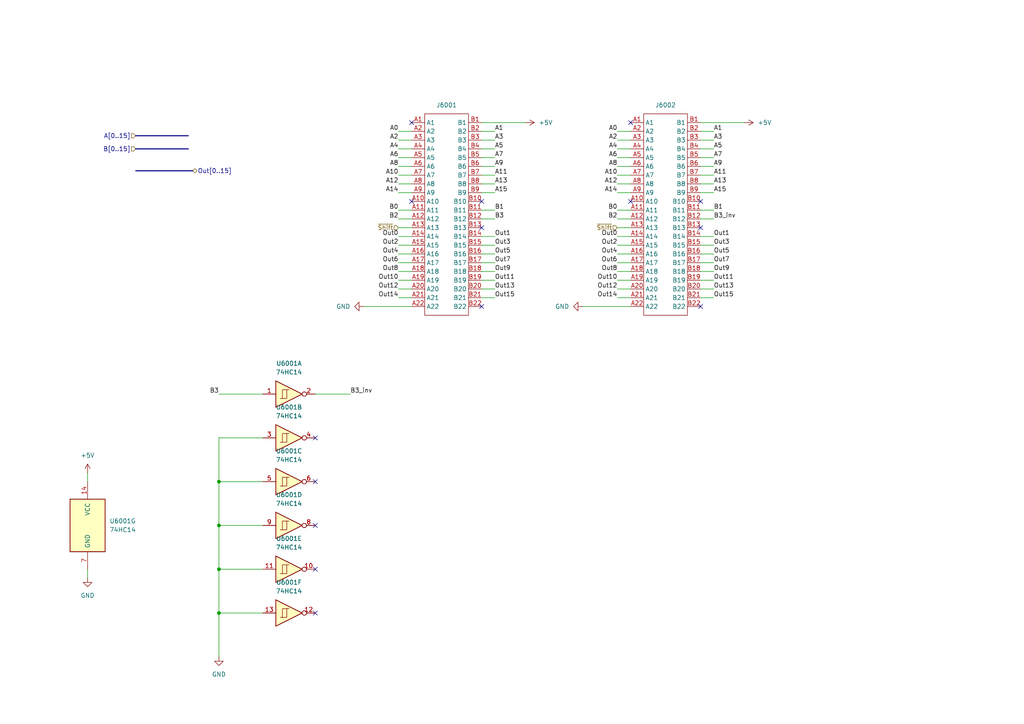
<source format=kicad_sch>
(kicad_sch (version 20231120) (generator "eeschema") (generator_version "8.0")
  (paper "A4")
  (lib_symbols
    (symbol "74xx:74HC14" (pin_names (offset 1.016))
      (property "Reference" "U" (at 0 1.27 0))
      (property "Value" "74HC14" (at 0 -1.27 0))
      (symbol "74HC14_1_0"
        (polyline (pts (xy -3.81 3.81) (xy -3.81 -3.81) (xy 3.81 0) (xy -3.81 3.81)) (stroke (width 0.254)) (fill (type background)))
        (pin input line (at -7.62 0 0) (length 3.81) (name "~") (number "1"))
        (pin output inverted (at 7.62 0 180) (length 3.81) (name "~") (number "2"))
      )
      (symbol "74HC14_1_1"
        (polyline (pts (xy -1.905 -1.27) (xy -1.905 1.27) (xy -0.635 1.27)))
        (polyline (pts (xy -2.54 -1.27) (xy -0.635 -1.27) (xy -0.635 1.27) (xy 0 1.27)))
      )
      (symbol "74HC14_2_0"
        (polyline (pts (xy -3.81 3.81) (xy -3.81 -3.81) (xy 3.81 0) (xy -3.81 3.81)) (stroke (width 0.254)) (fill (type background)))
        (pin input line (at -7.62 0 0) (length 3.81) (name "~") (number "3"))
        (pin output inverted (at 7.62 0 180) (length 3.81) (name "~") (number "4"))
      )
      (symbol "74HC14_2_1"
        (polyline (pts (xy -1.905 -1.27) (xy -1.905 1.27) (xy -0.635 1.27)))
        (polyline (pts (xy -2.54 -1.27) (xy -0.635 -1.27) (xy -0.635 1.27) (xy 0 1.27)))
      )
      (symbol "74HC14_3_0"
        (polyline (pts (xy -3.81 3.81) (xy -3.81 -3.81) (xy 3.81 0) (xy -3.81 3.81)) (stroke (width 0.254)) (fill (type background)))
        (pin input line (at -7.62 0 0) (length 3.81) (name "~") (number "5"))
        (pin output inverted (at 7.62 0 180) (length 3.81) (name "~") (number "6"))
      )
      (symbol "74HC14_3_1"
        (polyline (pts (xy -1.905 -1.27) (xy -1.905 1.27) (xy -0.635 1.27)))
        (polyline (pts (xy -2.54 -1.27) (xy -0.635 -1.27) (xy -0.635 1.27) (xy 0 1.27)))
      )
      (symbol "74HC14_4_0"
        (polyline (pts (xy -3.81 3.81) (xy -3.81 -3.81) (xy 3.81 0) (xy -3.81 3.81)) (stroke (width 0.254)) (fill (type background)))
        (pin output inverted (at 7.62 0 180) (length 3.81) (name "~") (number "8"))
        (pin input line (at -7.62 0 0) (length 3.81) (name "~") (number "9"))
      )
      (symbol "74HC14_4_1"
        (polyline (pts (xy -1.905 -1.27) (xy -1.905 1.27) (xy -0.635 1.27)))
        (polyline (pts (xy -2.54 -1.27) (xy -0.635 -1.27) (xy -0.635 1.27) (xy 0 1.27)))
      )
      (symbol "74HC14_5_0"
        (polyline (pts (xy -3.81 3.81) (xy -3.81 -3.81) (xy 3.81 0) (xy -3.81 3.81)) (stroke (width 0.254)) (fill (type background)))
        (pin output inverted (at 7.62 0 180) (length 3.81) (name "~") (number "10"))
        (pin input line (at -7.62 0 0) (length 3.81) (name "~") (number "11"))
      )
      (symbol "74HC14_5_1"
        (polyline (pts (xy -1.905 -1.27) (xy -1.905 1.27) (xy -0.635 1.27)))
        (polyline (pts (xy -2.54 -1.27) (xy -0.635 -1.27) (xy -0.635 1.27) (xy 0 1.27)))
      )
      (symbol "74HC14_6_0"
        (polyline (pts (xy -3.81 3.81) (xy -3.81 -3.81) (xy 3.81 0) (xy -3.81 3.81)) (stroke (width 0.254)) (fill (type background)))
        (pin output inverted (at 7.62 0 180) (length 3.81) (name "~") (number "12"))
        (pin input line (at -7.62 0 0) (length 3.81) (name "~") (number "13"))
      )
      (symbol "74HC14_6_1"
        (polyline (pts (xy -1.905 -1.27) (xy -1.905 1.27) (xy -0.635 1.27)))
        (polyline (pts (xy -2.54 -1.27) (xy -0.635 -1.27) (xy -0.635 1.27) (xy 0 1.27)))
      )
      (symbol "74HC14_7_0"
        (pin power_in line (at 0 12.7 270) (length 5.08) (name "VCC") (number "14"))
        (pin power_in line (at 0 -12.7 90) (length 5.08) (name "GND") (number "7"))
      )
      (symbol "74HC14_7_1"
        (rectangle (start -5.08 7.62) (end 5.08 -7.62) (stroke (width 0.254)) (fill (type background)))
      )
    )
    (symbol "BoardEdgeConnectors:TE-5530843-4"
      (property "Reference" "J" (at -0.254 30.988 0))
      (symbol "TE-5530843-4_0_1"
        (rectangle (start -6.35 29.21) (end 6.35 -29.21))
      )
      (symbol "TE-5530843-4_1_1"
        (pin passive line (at -10.16 26.67 0) (length 3.81) (name "A1") (number "A1"))
        (pin passive line (at -10.16 3.81 0) (length 3.81) (name "A10") (number "A10"))
        (pin passive line (at -10.16 1.27 0) (length 3.81) (name "A11") (number "A11"))
        (pin passive line (at -10.16 -1.27 0) (length 3.81) (name "A12") (number "A12"))
        (pin passive line (at -10.16 -3.81 0) (length 3.81) (name "A13") (number "A13"))
        (pin passive line (at -10.16 -6.35 0) (length 3.81) (name "A14") (number "A14"))
        (pin passive line (at -10.16 -8.89 0) (length 3.81) (name "A15") (number "A15"))
        (pin passive line (at -10.16 -11.43 0) (length 3.81) (name "A16") (number "A16"))
        (pin passive line (at -10.16 -13.97 0) (length 3.81) (name "A17") (number "A17"))
        (pin passive line (at -10.16 -16.51 0) (length 3.81) (name "A18") (number "A18"))
        (pin passive line (at -10.16 -19.05 0) (length 3.81) (name "A19") (number "A19"))
        (pin passive line (at -10.16 24.13 0) (length 3.81) (name "A2") (number "A2"))
        (pin passive line (at -10.16 -21.59 0) (length 3.81) (name "A20") (number "A20"))
        (pin passive line (at -10.16 -24.13 0) (length 3.81) (name "A21") (number "A21"))
        (pin passive line (at -10.16 -26.67 0) (length 3.81) (name "A22") (number "A22"))
        (pin passive line (at -10.16 21.59 0) (length 3.81) (name "A3") (number "A3"))
        (pin passive line (at -10.16 19.05 0) (length 3.81) (name "A4") (number "A4"))
        (pin passive line (at -10.16 16.51 0) (length 3.81) (name "A5") (number "A5"))
        (pin passive line (at -10.16 13.97 0) (length 3.81) (name "A6") (number "A6"))
        (pin passive line (at -10.16 11.43 0) (length 3.81) (name "A7") (number "A7"))
        (pin passive line (at -10.16 8.89 0) (length 3.81) (name "A8") (number "A8"))
        (pin passive line (at -10.16 6.35 0) (length 3.81) (name "A9") (number "A9"))
        (pin passive line (at 10.16 26.67 180) (length 3.81) (name "B1") (number "B1"))
        (pin passive line (at 10.16 3.81 180) (length 3.81) (name "B10") (number "B10"))
        (pin passive line (at 10.16 1.27 180) (length 3.81) (name "B11") (number "B11"))
        (pin passive line (at 10.16 -1.27 180) (length 3.81) (name "B12") (number "B12"))
        (pin passive line (at 10.16 -3.81 180) (length 3.81) (name "B13") (number "B13"))
        (pin passive line (at 10.16 -6.35 180) (length 3.81) (name "B14") (number "B14"))
        (pin passive line (at 10.16 -8.89 180) (length 3.81) (name "B15") (number "B15"))
        (pin passive line (at 10.16 -11.43 180) (length 3.81) (name "B16") (number "B16"))
        (pin passive line (at 10.16 -13.97 180) (length 3.81) (name "B17") (number "B17"))
        (pin passive line (at 10.16 -16.51 180) (length 3.81) (name "B18") (number "B18"))
        (pin passive line (at 10.16 -19.05 180) (length 3.81) (name "B19") (number "B19"))
        (pin passive line (at 10.16 24.13 180) (length 3.81) (name "B2") (number "B2"))
        (pin passive line (at 10.16 -21.59 180) (length 3.81) (name "B20") (number "B20"))
        (pin passive line (at 10.16 -24.13 180) (length 3.81) (name "B21") (number "B21"))
        (pin passive line (at 10.16 -26.67 180) (length 3.81) (name "B22") (number "B22"))
        (pin passive line (at 10.16 21.59 180) (length 3.81) (name "B3") (number "B3"))
        (pin passive line (at 10.16 19.05 180) (length 3.81) (name "B4") (number "B4"))
        (pin passive line (at 10.16 16.51 180) (length 3.81) (name "B5") (number "B5"))
        (pin passive line (at 10.16 13.97 180) (length 3.81) (name "B6") (number "B6"))
        (pin passive line (at 10.16 11.43 180) (length 3.81) (name "B7") (number "B7"))
        (pin passive line (at 10.16 8.89 180) (length 3.81) (name "B8") (number "B8"))
        (pin passive line (at 10.16 6.35 180) (length 3.81) (name "B9") (number "B9"))
      )
    )
    (symbol "power:+5V" (power) (pin_numbers hide) (pin_names (offset 0) hide)
      (property "Value" "+5V" (at 0 3.556 0))
      (symbol "+5V_0_1"
        (polyline (pts (xy -0.762 1.27) (xy 0 2.54)))
        (polyline (pts (xy 0 0) (xy 0 2.54)))
        (polyline (pts (xy 0 2.54) (xy 0.762 1.27)))
      )
      (symbol "+5V_1_1"
        (pin power_in line (at 0 0 90) (length 0) (name "~") (number "1"))
      )
    )
    (symbol "power:GND" (power) (pin_numbers hide) (pin_names (offset 0) hide)
      (property "Value" "GND" (at 0 -3.81 0))
      (symbol "GND_0_1"
        (polyline (pts (xy 0 0) (xy 0 -1.27) (xy 1.27 -1.27) (xy 0 -2.54) (xy -1.27 -1.27) (xy 0 -1.27)))
      )
      (symbol "GND_1_1"
        (pin power_in line (at 0 0 270) (length 0) (name "~") (number "1"))
      )
    )
  )
  (junction (at 63.5 139.7))
  (junction (at 63.5 177.8))
  (junction (at 63.5 165.1))
  (junction (at 63.5 152.4))
  (no_connect (at 91.44 152.4))
  (no_connect (at 139.7 88.9))
  (no_connect (at 203.2 66.04))
  (no_connect (at 203.2 58.42))
  (no_connect (at 91.44 139.7))
  (no_connect (at 119.38 35.56))
  (no_connect (at 139.7 66.04))
  (no_connect (at 91.44 177.8))
  (no_connect (at 119.38 58.42))
  (no_connect (at 91.44 165.1))
  (no_connect (at 203.2 88.9))
  (no_connect (at 139.7 58.42))
  (no_connect (at 182.88 35.56))
  (no_connect (at 91.44 127))
  (no_connect (at 182.88 58.42))
  (wire (pts (xy 179.07 81.28) (xy 182.88 81.28)))
  (wire (pts (xy 115.57 73.66) (xy 119.38 73.66)))
  (wire (pts (xy 115.57 40.64) (xy 119.38 40.64)))
  (wire (pts (xy 63.5 177.8) (xy 76.2 177.8)))
  (wire (pts (xy 63.5 165.1) (xy 63.5 177.8)))
  (wire (pts (xy 203.2 53.34) (xy 207.01 53.34)))
  (wire (pts (xy 179.07 55.88) (xy 182.88 55.88)))
  (wire (pts (xy 179.07 50.8) (xy 182.88 50.8)))
  (wire (pts (xy 179.07 78.74) (xy 182.88 78.74)))
  (bus (pts (xy 39.37 43.18) (xy 54.61 43.18)))
  (wire (pts (xy 139.7 53.34) (xy 143.51 53.34)))
  (wire (pts (xy 115.57 83.82) (xy 119.38 83.82)))
  (bus (pts (xy 39.37 49.53) (xy 55.88 49.53)))
  (wire (pts (xy 203.2 35.56) (xy 215.9 35.56)))
  (wire (pts (xy 203.2 60.96) (xy 207.01 60.96)))
  (wire (pts (xy 139.7 68.58) (xy 143.51 68.58)))
  (wire (pts (xy 179.07 38.1) (xy 182.88 38.1)))
  (wire (pts (xy 203.2 68.58) (xy 207.01 68.58)))
  (wire (pts (xy 203.2 83.82) (xy 207.01 83.82)))
  (wire (pts (xy 203.2 78.74) (xy 207.01 78.74)))
  (wire (pts (xy 139.7 60.96) (xy 143.51 60.96)))
  (wire (pts (xy 139.7 76.2) (xy 143.51 76.2)))
  (wire (pts (xy 115.57 86.36) (xy 119.38 86.36)))
  (wire (pts (xy 203.2 43.18) (xy 207.01 43.18)))
  (wire (pts (xy 76.2 127) (xy 63.5 127)))
  (wire (pts (xy 203.2 38.1) (xy 207.01 38.1)))
  (wire (pts (xy 139.7 40.64) (xy 143.51 40.64)))
  (wire (pts (xy 203.2 55.88) (xy 207.01 55.88)))
  (wire (pts (xy 179.07 71.12) (xy 182.88 71.12)))
  (wire (pts (xy 115.57 53.34) (xy 119.38 53.34)))
  (wire (pts (xy 139.7 45.72) (xy 143.51 45.72)))
  (wire (pts (xy 115.57 78.74) (xy 119.38 78.74)))
  (wire (pts (xy 179.07 43.18) (xy 182.88 43.18)))
  (wire (pts (xy 203.2 76.2) (xy 207.01 76.2)))
  (wire (pts (xy 139.7 71.12) (xy 143.51 71.12)))
  (wire (pts (xy 139.7 38.1) (xy 143.51 38.1)))
  (wire (pts (xy 115.57 71.12) (xy 119.38 71.12)))
  (wire (pts (xy 139.7 43.18) (xy 143.51 43.18)))
  (wire (pts (xy 139.7 55.88) (xy 143.51 55.88)))
  (wire (pts (xy 168.91 88.9) (xy 182.88 88.9)))
  (wire (pts (xy 179.07 63.5) (xy 182.88 63.5)))
  (wire (pts (xy 139.7 73.66) (xy 143.51 73.66)))
  (wire (pts (xy 139.7 48.26) (xy 143.51 48.26)))
  (wire (pts (xy 203.2 50.8) (xy 207.01 50.8)))
  (wire (pts (xy 203.2 73.66) (xy 207.01 73.66)))
  (wire (pts (xy 179.07 76.2) (xy 182.88 76.2)))
  (wire (pts (xy 179.07 40.64) (xy 182.88 40.64)))
  (wire (pts (xy 63.5 139.7) (xy 63.5 152.4)))
  (wire (pts (xy 179.07 68.58) (xy 182.88 68.58)))
  (wire (pts (xy 63.5 152.4) (xy 76.2 152.4)))
  (wire (pts (xy 91.44 114.3) (xy 101.6 114.3)))
  (wire (pts (xy 63.5 165.1) (xy 76.2 165.1)))
  (wire (pts (xy 63.5 177.8) (xy 63.5 190.5)))
  (wire (pts (xy 63.5 127) (xy 63.5 139.7)))
  (wire (pts (xy 179.07 73.66) (xy 182.88 73.66)))
  (wire (pts (xy 139.7 63.5) (xy 143.51 63.5)))
  (wire (pts (xy 115.57 43.18) (xy 119.38 43.18)))
  (wire (pts (xy 115.57 76.2) (xy 119.38 76.2)))
  (wire (pts (xy 203.2 40.64) (xy 207.01 40.64)))
  (wire (pts (xy 179.07 60.96) (xy 182.88 60.96)))
  (wire (pts (xy 179.07 86.36) (xy 182.88 86.36)))
  (wire (pts (xy 203.2 48.26) (xy 207.01 48.26)))
  (wire (pts (xy 179.07 53.34) (xy 182.88 53.34)))
  (bus (pts (xy 39.37 39.37) (xy 54.61 39.37)))
  (wire (pts (xy 203.2 81.28) (xy 207.01 81.28)))
  (wire (pts (xy 115.57 50.8) (xy 119.38 50.8)))
  (wire (pts (xy 139.7 83.82) (xy 143.51 83.82)))
  (wire (pts (xy 179.07 83.82) (xy 182.88 83.82)))
  (wire (pts (xy 63.5 139.7) (xy 76.2 139.7)))
  (wire (pts (xy 25.4 165.1) (xy 25.4 167.64)))
  (wire (pts (xy 203.2 45.72) (xy 207.01 45.72)))
  (wire (pts (xy 115.57 66.04) (xy 119.38 66.04)))
  (wire (pts (xy 115.57 60.96) (xy 119.38 60.96)))
  (wire (pts (xy 139.7 78.74) (xy 143.51 78.74)))
  (wire (pts (xy 179.07 66.04) (xy 182.88 66.04)))
  (wire (pts (xy 139.7 35.56) (xy 152.4 35.56)))
  (wire (pts (xy 203.2 63.5) (xy 207.01 63.5)))
  (wire (pts (xy 115.57 48.26) (xy 119.38 48.26)))
  (wire (pts (xy 179.07 45.72) (xy 182.88 45.72)))
  (wire (pts (xy 139.7 50.8) (xy 143.51 50.8)))
  (wire (pts (xy 115.57 45.72) (xy 119.38 45.72)))
  (wire (pts (xy 203.2 86.36) (xy 207.01 86.36)))
  (wire (pts (xy 63.5 152.4) (xy 63.5 165.1)))
  (wire (pts (xy 203.2 71.12) (xy 207.01 71.12)))
  (wire (pts (xy 179.07 48.26) (xy 182.88 48.26)))
  (wire (pts (xy 115.57 63.5) (xy 119.38 63.5)))
  (wire (pts (xy 115.57 68.58) (xy 119.38 68.58)))
  (wire (pts (xy 115.57 81.28) (xy 119.38 81.28)))
  (wire (pts (xy 139.7 81.28) (xy 143.51 81.28)))
  (wire (pts (xy 115.57 55.88) (xy 119.38 55.88)))
  (wire (pts (xy 105.41 88.9) (xy 119.38 88.9)))
  (wire (pts (xy 139.7 86.36) (xy 143.51 86.36)))
  (wire (pts (xy 25.4 137.16) (xy 25.4 139.7)))
  (wire (pts (xy 115.57 38.1) (xy 119.38 38.1)))
  (wire (pts (xy 63.5 114.3) (xy 76.2 114.3)))
  (label "A7" (at 143.51 45.72 0))
  (label "Out13" (at 143.51 83.82 0))
  (label "Out10" (at 115.57 81.28 180))
  (label "Out12" (at 115.57 83.82 180))
  (label "Out1" (at 143.51 68.58 0))
  (label "A4" (at 179.07 43.18 180))
  (label "A10" (at 179.07 50.8 180))
  (label "A11" (at 207.01 50.8 0))
  (label "A4" (at 115.57 43.18 180))
  (label "Out11" (at 143.51 81.28 0))
  (label "A1" (at 143.51 38.1 0))
  (label "B0" (at 179.07 60.96 180))
  (label "A13" (at 143.51 53.34 0))
  (label "Out0" (at 179.07 68.58 180))
  (label "A10" (at 115.57 50.8 180))
  (label "A2" (at 179.07 40.64 180))
  (label "B3" (at 63.5 114.3 180))
  (label "A9" (at 143.51 48.26 0))
  (label "Out4" (at 179.07 73.66 180))
  (label "A6" (at 115.57 45.72 180))
  (label "Out1" (at 207.01 68.58 0))
  (label "B2" (at 115.57 63.5 180))
  (label "A8" (at 179.07 48.26 180))
  (label "B1" (at 143.51 60.96 0))
  (label "A6" (at 179.07 45.72 180))
  (label "Out9" (at 143.51 78.74 0))
  (label "A0" (at 179.07 38.1 180))
  (label "A0" (at 115.57 38.1 180))
  (label "A7" (at 207.01 45.72 0))
  (label "B3_inv" (at 101.6 114.3 0))
  (label "B2" (at 179.07 63.5 180))
  (label "Out6" (at 115.57 76.2 180))
  (label "B1" (at 207.01 60.96 0))
  (label "A3" (at 207.01 40.64 0))
  (label "Out11" (at 207.01 81.28 0))
  (label "A12" (at 179.07 53.34 180))
  (label "Out4" (at 115.57 73.66 180))
  (label "A14" (at 115.57 55.88 180))
  (label "Out6" (at 179.07 76.2 180))
  (label "Out10" (at 179.07 81.28 180))
  (label "A12" (at 115.57 53.34 180))
  (label "A2" (at 115.57 40.64 180))
  (label "A5" (at 143.51 43.18 0))
  (label "B3_inv" (at 207.01 63.5 0))
  (label "B3" (at 143.51 63.5 0))
  (label "A5" (at 207.01 43.18 0))
  (label "Out2" (at 179.07 71.12 180))
  (label "A14" (at 179.07 55.88 180))
  (label "A15" (at 143.51 55.88 0))
  (label "Out8" (at 179.07 78.74 180))
  (label "A15" (at 207.01 55.88 0))
  (label "A1" (at 207.01 38.1 0))
  (label "Out15" (at 143.51 86.36 0))
  (label "Out8" (at 115.57 78.74 180))
  (label "Out3" (at 207.01 71.12 0))
  (label "Out13" (at 207.01 83.82 0))
  (label "Out0" (at 115.57 68.58 180))
  (label "A9" (at 207.01 48.26 0))
  (label "Out12" (at 179.07 83.82 180))
  (label "A13" (at 207.01 53.34 0))
  (label "Out14" (at 115.57 86.36 180))
  (label "Out2" (at 115.57 71.12 180))
  (label "A8" (at 115.57 48.26 180))
  (label "Out3" (at 143.51 71.12 0))
  (label "Out15" (at 207.01 86.36 0))
  (label "B0" (at 115.57 60.96 180))
  (label "Out7" (at 143.51 76.2 0))
  (label "Out5" (at 207.01 73.66 0))
  (label "Out7" (at 207.01 76.2 0))
  (label "Out14" (at 179.07 86.36 180))
  (label "A3" (at 143.51 40.64 0))
  (label "Out5" (at 143.51 73.66 0))
  (label "A11" (at 143.51 50.8 0))
  (label "Out9" (at 207.01 78.74 0))
  (hierarchical_label "~{Shift}" (shape input) (at 179.07 66.04 180))
  (hierarchical_label "B[0..15]" (shape input) (at 39.37 43.18 180))
  (hierarchical_label "A[0..15]" (shape input) (at 39.37 39.37 180))
  (hierarchical_label "Out[0..15]" (shape tri_state) (at 55.88 49.53 0))
  (hierarchical_label "~{Shift}" (shape input) (at 115.57 66.04 180))
  (symbol (lib_id "power:+5V") (at 152.4 35.56 270) (unit 1)
    (property "Reference" "#PWR06002" (effects (hide yes)))
    (property "Value" "+5V" (at 156.21 35.5599 90) (effects (justify left)))
    (property "Description" "Power symbol creates a global label with name \"+5V\"" (effects (hide yes)))
  )
  (symbol (lib_id "74xx:74HC14") (at 83.82 127 0) (unit 2)
    (property "Reference" "U6001" (at 83.82 118.11 0))
    (property "Value" "74HC14" (at 83.82 120.65 0))
    (property "Footprint" "Package_SO:SOIC-14_3.9x8.7mm_P1.27mm" (effects (hide yes)))
    (property "Datasheet" "https://www.lcsc.com/datasheet/lcsc_datasheet_2407241044_Nexperia-74HC14D-653_C5605.pdf" (effects (hide yes)))
    (property "Description" "Hex inverter schmitt trigger" (effects (hide yes)))
    (property "LCSC" "C5605" (effects (hide yes)))
  )
  (symbol (lib_id "74xx:74HC14") (at 83.82 177.8 0) (unit 6)
    (property "Reference" "U6001" (at 83.82 168.91 0))
    (property "Value" "74HC14" (at 83.82 171.45 0))
    (property "Footprint" "Package_SO:SOIC-14_3.9x8.7mm_P1.27mm" (effects (hide yes)))
    (property "Datasheet" "https://www.lcsc.com/datasheet/lcsc_datasheet_2407241044_Nexperia-74HC14D-653_C5605.pdf" (effects (hide yes)))
    (property "Description" "Hex inverter schmitt trigger" (effects (hide yes)))
    (property "LCSC" "C5605" (effects (hide yes)))
  )
  (symbol (lib_id "74xx:74HC14") (at 25.4 152.4 0) (unit 7)
    (property "Reference" "U6001" (at 31.75 151.1299 0) (effects (justify left)))
    (property "Value" "74HC14" (at 31.75 153.6699 0) (effects (justify left)))
    (property "Footprint" "Package_SO:SOIC-14_3.9x8.7mm_P1.27mm" (effects (hide yes)))
    (property "Datasheet" "https://www.lcsc.com/datasheet/lcsc_datasheet_2407241044_Nexperia-74HC14D-653_C5605.pdf" (effects (hide yes)))
    (property "Description" "Hex inverter schmitt trigger" (effects (hide yes)))
    (property "LCSC" "C5605" (effects (hide yes)))
  )
  (symbol (lib_id "power:GND") (at 168.91 88.9 270) (unit 1)
    (property "Reference" "#PWR06003" (effects (hide yes)))
    (property "Value" "GND" (at 165.1 88.8999 90) (effects (justify right)))
    (property "Description" "Power symbol creates a global label with name \"GND\" , ground" (effects (hide yes)))
  )
  (symbol (lib_id "74xx:74HC14") (at 83.82 165.1 0) (unit 5)
    (property "Reference" "U6001" (at 83.82 156.21 0))
    (property "Value" "74HC14" (at 83.82 158.75 0))
    (property "Footprint" "Package_SO:SOIC-14_3.9x8.7mm_P1.27mm" (effects (hide yes)))
    (property "Datasheet" "https://www.lcsc.com/datasheet/lcsc_datasheet_2407241044_Nexperia-74HC14D-653_C5605.pdf" (effects (hide yes)))
    (property "Description" "Hex inverter schmitt trigger" (effects (hide yes)))
    (property "LCSC" "C5605" (effects (hide yes)))
  )
  (symbol (lib_id "74xx:74HC14") (at 83.82 152.4 0) (unit 4)
    (property "Reference" "U6001" (at 83.82 143.51 0))
    (property "Value" "74HC14" (at 83.82 146.05 0))
    (property "Footprint" "Package_SO:SOIC-14_3.9x8.7mm_P1.27mm" (effects (hide yes)))
    (property "Datasheet" "https://www.lcsc.com/datasheet/lcsc_datasheet_2407241044_Nexperia-74HC14D-653_C5605.pdf" (effects (hide yes)))
    (property "Description" "Hex inverter schmitt trigger" (effects (hide yes)))
    (property "LCSC" "C5605" (effects (hide yes)))
  )
  (symbol (lib_id "BoardEdgeConnectors:TE-5530843-4") (at 129.54 62.23 0) (unit 1)
    (property "Reference" "J6001" (at 129.54 30.48 0))
    (property "Footprint" "BoardEdgeConnectors:TE-5530843-4-Mount" (effects (hide yes)))
    (property "Datasheet" "https://www.te.com/en/product-5530843-4.html" (effects (hide yes)))
    (property "Description" "44 contact board edge connector" (effects (hide yes)))
  )
  (symbol (lib_id "power:+5V") (at 25.4 137.16 0) (unit 1)
    (property "Reference" "#PWR06005" (effects (hide yes)))
    (property "Value" "+5V" (at 25.4 132.08 0))
    (property "Description" "Power symbol creates a global label with name \"+5V\"" (effects (hide yes)))
  )
  (symbol (lib_id "power:GND") (at 25.4 167.64 0) (unit 1)
    (property "Reference" "#PWR06006" (effects (hide yes)))
    (property "Value" "GND" (at 25.4 172.72 0))
    (property "Description" "Power symbol creates a global label with name \"GND\" , ground" (effects (hide yes)))
  )
  (symbol (lib_id "power:GND") (at 63.5 190.5 0) (unit 1)
    (property "Reference" "#PWR06007" (effects (hide yes)))
    (property "Value" "GND" (at 63.5 195.58 0))
    (property "Description" "Power symbol creates a global label with name \"GND\" , ground" (effects (hide yes)))
  )
  (symbol (lib_id "BoardEdgeConnectors:TE-5530843-4") (at 193.04 62.23 0) (unit 1)
    (property "Reference" "J6002" (at 193.04 30.48 0))
    (property "Footprint" "BoardEdgeConnectors:TE-5530843-4-Mount" (effects (hide yes)))
    (property "Datasheet" "https://www.te.com/en/product-5530843-4.html" (effects (hide yes)))
    (property "Description" "44 contact board edge connector" (effects (hide yes)))
  )
  (symbol (lib_id "power:+5V") (at 215.9 35.56 270) (unit 1)
    (property "Reference" "#PWR06004" (effects (hide yes)))
    (property "Value" "+5V" (at 219.71 35.5599 90) (effects (justify left)))
    (property "Description" "Power symbol creates a global label with name \"+5V\"" (effects (hide yes)))
  )
  (symbol (lib_id "74xx:74HC14") (at 83.82 139.7 0) (unit 3)
    (property "Reference" "U6001" (at 83.82 130.81 0))
    (property "Value" "74HC14" (at 83.82 133.35 0))
    (property "Footprint" "Package_SO:SOIC-14_3.9x8.7mm_P1.27mm" (effects (hide yes)))
    (property "Datasheet" "https://www.lcsc.com/datasheet/lcsc_datasheet_2407241044_Nexperia-74HC14D-653_C5605.pdf" (effects (hide yes)))
    (property "Description" "Hex inverter schmitt trigger" (effects (hide yes)))
    (property "LCSC" "C5605" (effects (hide yes)))
  )
  (symbol (lib_id "74xx:74HC14") (at 83.82 114.3 0) (unit 1)
    (property "Reference" "U6001" (at 83.82 105.41 0))
    (property "Value" "74HC14" (at 83.82 107.95 0))
    (property "Footprint" "Package_SO:SOIC-14_3.9x8.7mm_P1.27mm" (effects (hide yes)))
    (property "Datasheet" "https://www.lcsc.com/datasheet/lcsc_datasheet_2407241044_Nexperia-74HC14D-653_C5605.pdf" (effects (hide yes)))
    (property "Description" "Hex inverter schmitt trigger" (effects (hide yes)))
    (property "LCSC" "C5605" (effects (hide yes)))
  )
  (symbol (lib_id "power:GND") (at 105.41 88.9 270) (unit 1)
    (property "Reference" "#PWR06001" (effects (hide yes)))
    (property "Value" "GND" (at 101.6 88.8999 90) (effects (justify right)))
    (property "Description" "Power symbol creates a global label with name \"GND\" , ground" (effects (hide yes)))
  )
)
</source>
